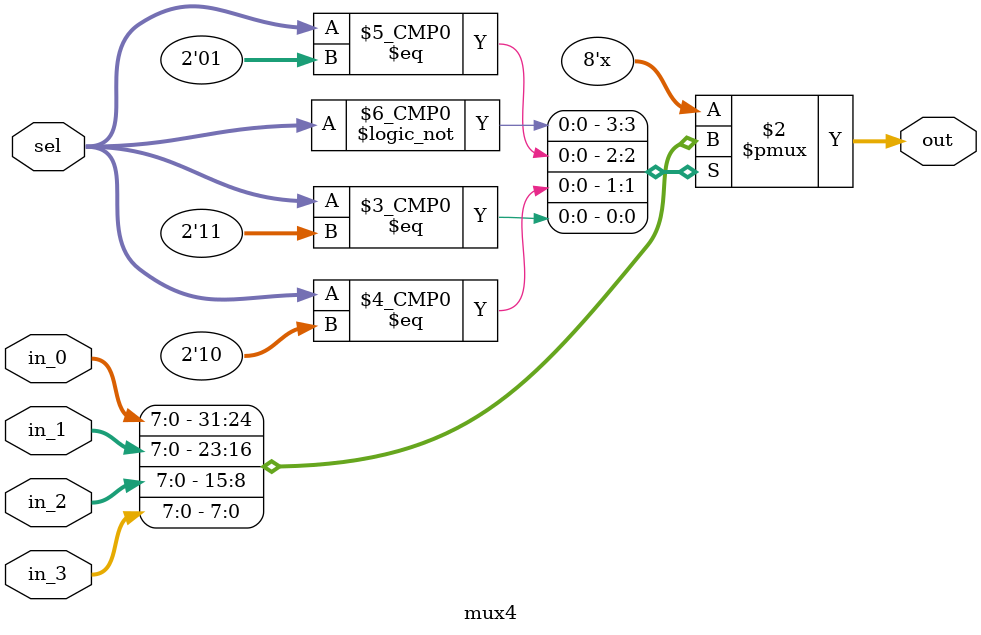
<source format=v>
/*
 * Copyright (c) 2024 Ivan Pancheniak
 * SPDX-License-Identifier: Apache-2.0
 */

module mux4  (
    input wire[1:0] sel,
    input wire [7:0] in_0,
    input wire [7:0] in_1,
    input wire [7:0] in_2,
    input wire [7:0] in_3,
    output reg [7:0] out
);

always @ ( * ) begin
  case (sel)
    2'b00 : out = in_0;
    2'b01 : out = in_1;
    2'b10 : out = in_2;
    2'b11 : out = in_3;
  endcase
end

endmodule

</source>
